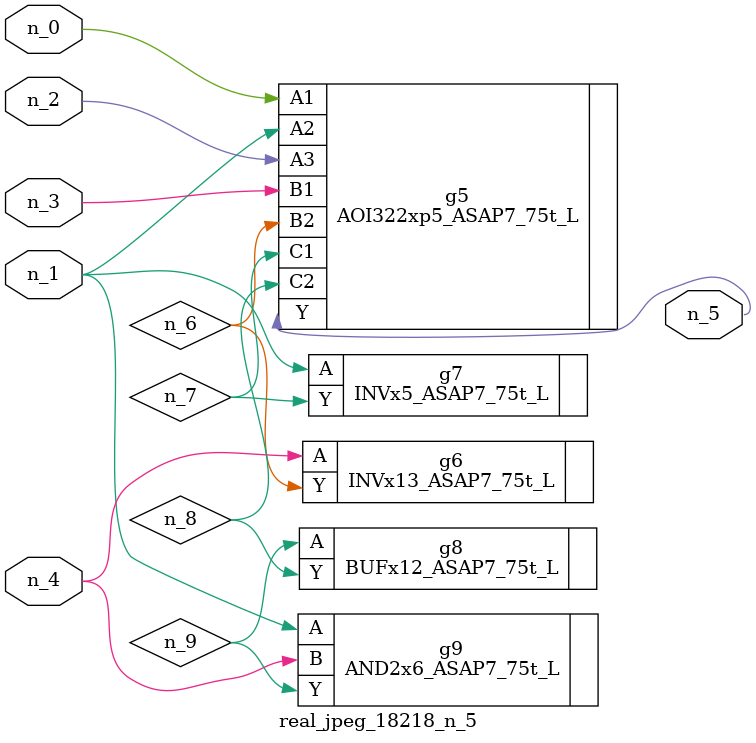
<source format=v>
module real_jpeg_18218_n_5 (n_4, n_0, n_1, n_2, n_3, n_5);

input n_4;
input n_0;
input n_1;
input n_2;
input n_3;

output n_5;

wire n_8;
wire n_6;
wire n_7;
wire n_9;

AOI322xp5_ASAP7_75t_L g5 ( 
.A1(n_0),
.A2(n_1),
.A3(n_2),
.B1(n_3),
.B2(n_6),
.C1(n_7),
.C2(n_8),
.Y(n_5)
);

INVx5_ASAP7_75t_L g7 ( 
.A(n_1),
.Y(n_7)
);

AND2x6_ASAP7_75t_L g9 ( 
.A(n_1),
.B(n_4),
.Y(n_9)
);

INVx13_ASAP7_75t_L g6 ( 
.A(n_4),
.Y(n_6)
);

BUFx12_ASAP7_75t_L g8 ( 
.A(n_9),
.Y(n_8)
);


endmodule
</source>
